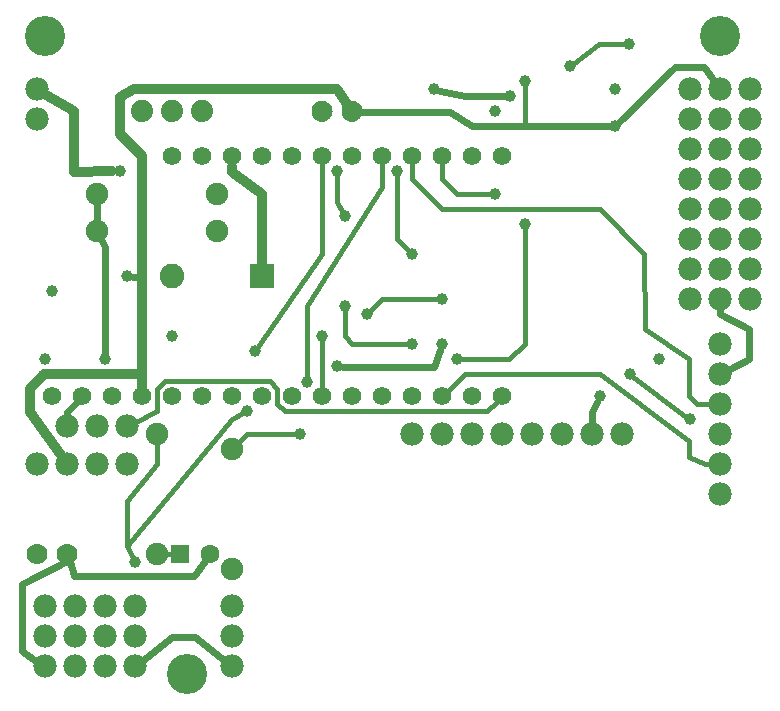
<source format=gbl>
G04 MADE WITH FRITZING*
G04 WWW.FRITZING.ORG*
G04 DOUBLE SIDED*
G04 HOLES PLATED*
G04 CONTOUR ON CENTER OF CONTOUR VECTOR*
%ASAXBY*%
%FSLAX23Y23*%
%MOIN*%
%OFA0B0*%
%SFA1.0B1.0*%
%ADD10C,0.039370*%
%ADD11C,0.078000*%
%ADD12C,0.062000*%
%ADD13C,0.075000*%
%ADD14C,0.133858*%
%ADD15C,0.070000*%
%ADD16C,0.062992*%
%ADD17C,0.074000*%
%ADD18C,0.082000*%
%ADD19R,0.062992X0.062992*%
%ADD20R,0.082000X0.082000*%
%ADD21C,0.024000*%
%ADD22C,0.016000*%
%ADD23C,0.032000*%
%ADD24R,0.001000X0.001000*%
%LNCOPPER0*%
G90*
G70*
G54D10*
X531Y1225D03*
X1106Y1325D03*
X1331Y1200D03*
X1031Y1225D03*
X2006Y1925D03*
X1405Y2049D03*
X1656Y2025D03*
X1706Y2075D03*
X780Y975D03*
G54D11*
X381Y925D03*
X281Y925D03*
X181Y925D03*
X81Y1950D03*
X81Y2050D03*
G54D10*
X306Y1149D03*
X1331Y1500D03*
X1281Y1775D03*
X806Y1175D03*
X106Y1150D03*
X381Y1425D03*
G54D12*
X1631Y1025D03*
X1531Y1025D03*
X1431Y1025D03*
X1331Y1025D03*
X1231Y1025D03*
X1131Y1025D03*
X1031Y1025D03*
X931Y1025D03*
X831Y1025D03*
X731Y1025D03*
X631Y1025D03*
X531Y1025D03*
X431Y1025D03*
X331Y1025D03*
X231Y1025D03*
X131Y1025D03*
X531Y1825D03*
X631Y1825D03*
X731Y1825D03*
X831Y1825D03*
X931Y1825D03*
X1031Y1825D03*
X1131Y1825D03*
X1231Y1825D03*
X1331Y1825D03*
X1431Y1825D03*
X1531Y1825D03*
X1631Y1825D03*
G54D10*
X1481Y1150D03*
X2055Y2199D03*
X2006Y2050D03*
X1180Y1299D03*
X982Y1073D03*
X956Y899D03*
X406Y474D03*
G54D11*
X2356Y1350D03*
X2356Y1450D03*
X2356Y1550D03*
X2356Y1650D03*
X2356Y1750D03*
X2356Y1850D03*
X2356Y1950D03*
X2356Y2050D03*
X2456Y1350D03*
X2456Y1450D03*
X2456Y1550D03*
X2456Y1650D03*
X2456Y1750D03*
X2456Y1850D03*
X2456Y1950D03*
X2456Y2050D03*
G54D10*
X1856Y2125D03*
X1606Y1975D03*
X1431Y1350D03*
X1431Y1199D03*
X1081Y1125D03*
G54D11*
X2256Y1350D03*
X2256Y1450D03*
X2256Y1550D03*
X2256Y1650D03*
X2256Y1750D03*
X2256Y1850D03*
X2256Y1950D03*
X2256Y2050D03*
G54D13*
X481Y900D03*
X481Y500D03*
G54D14*
X2356Y2225D03*
G54D11*
X2031Y900D03*
X1931Y900D03*
X1831Y900D03*
X1731Y900D03*
X1631Y900D03*
X1531Y900D03*
X1431Y900D03*
X1331Y900D03*
G54D10*
X1081Y1775D03*
G54D15*
X181Y500D03*
X81Y500D03*
G54D16*
X557Y500D03*
X656Y500D03*
G54D14*
X106Y2225D03*
G54D10*
X2056Y1100D03*
X1106Y1625D03*
G54D11*
X106Y225D03*
X206Y225D03*
X306Y225D03*
X406Y225D03*
G54D13*
X731Y450D03*
X731Y850D03*
G54D17*
X431Y1975D03*
X531Y1975D03*
X631Y1975D03*
G54D10*
X2256Y950D03*
G54D11*
X106Y125D03*
X206Y125D03*
X306Y125D03*
X406Y125D03*
G54D13*
X281Y1575D03*
X681Y1575D03*
G54D11*
X731Y125D03*
X731Y225D03*
X731Y325D03*
G54D10*
X2155Y1149D03*
G54D11*
X106Y325D03*
X206Y325D03*
X306Y325D03*
X406Y325D03*
G54D14*
X581Y100D03*
G54D10*
X1956Y1025D03*
G54D13*
X281Y1700D03*
X681Y1700D03*
G54D11*
X81Y800D03*
X181Y800D03*
X281Y800D03*
X381Y800D03*
G54D10*
X1706Y1600D03*
G54D11*
X2356Y700D03*
X2356Y800D03*
X2356Y900D03*
X2356Y1000D03*
X2356Y1100D03*
X2356Y1200D03*
G54D10*
X1606Y1699D03*
G54D15*
X1031Y1975D03*
X1131Y1975D03*
G54D18*
X829Y1425D03*
X531Y1425D03*
G54D10*
X131Y1375D03*
X356Y1775D03*
G54D19*
X557Y500D03*
G54D20*
X830Y1425D03*
G54D21*
X400Y1424D02*
X430Y1424D01*
G54D22*
D02*
X1132Y1200D02*
X1317Y1200D01*
D02*
X1106Y1225D02*
X1132Y1200D01*
D02*
X1106Y1311D02*
X1106Y1225D01*
D02*
X1031Y1048D02*
X1031Y1211D01*
G54D21*
D02*
X1506Y2025D02*
X1637Y2025D01*
D02*
X1423Y2044D02*
X1506Y2025D01*
G54D22*
D02*
X1706Y1925D02*
X1993Y1925D01*
D02*
X1706Y2061D02*
X1706Y1925D01*
G54D21*
D02*
X181Y974D02*
X181Y955D01*
D02*
X210Y1004D02*
X181Y974D01*
G54D22*
D02*
X1581Y975D02*
X1614Y1008D01*
D02*
X906Y975D02*
X1581Y975D01*
D02*
X481Y1050D02*
X506Y1075D01*
D02*
X881Y1050D02*
X881Y999D01*
D02*
X506Y1075D02*
X856Y1075D01*
D02*
X480Y975D02*
X481Y1050D01*
D02*
X856Y1075D02*
X881Y1050D01*
D02*
X881Y999D02*
X906Y975D01*
D02*
X403Y936D02*
X480Y975D01*
G54D21*
D02*
X306Y1524D02*
X306Y1168D01*
D02*
X294Y1549D02*
X306Y1524D01*
G54D22*
D02*
X1281Y1550D02*
X1321Y1509D01*
D02*
X1281Y1761D02*
X1281Y1550D01*
D02*
X1031Y1499D02*
X1031Y1801D01*
D02*
X813Y1186D02*
X1031Y1499D01*
D02*
X381Y675D02*
X481Y799D01*
D02*
X400Y487D02*
X381Y525D01*
D02*
X539Y488D02*
X556Y499D01*
D02*
X556Y499D02*
X504Y499D01*
D02*
X1706Y1199D02*
X1655Y1150D01*
D02*
X1706Y1586D02*
X1706Y1199D01*
G54D21*
D02*
X1931Y974D02*
X1947Y1007D01*
D02*
X1931Y930D02*
X1931Y974D01*
G54D22*
D02*
X942Y899D02*
X781Y899D01*
D02*
X2245Y958D02*
X2067Y1091D01*
G54D21*
D02*
X281Y1671D02*
X281Y1603D01*
D02*
X605Y426D02*
X205Y426D01*
D02*
X641Y477D02*
X605Y426D01*
G54D22*
D02*
X381Y525D02*
X381Y675D01*
D02*
X481Y799D02*
X481Y876D01*
D02*
X1655Y1150D02*
X1495Y1150D01*
D02*
X781Y899D02*
X747Y866D01*
G54D21*
D02*
X205Y426D02*
X189Y475D01*
D02*
X1425Y1181D02*
X1405Y1124D01*
D02*
X1405Y1124D02*
X1100Y1124D01*
G54D22*
D02*
X1418Y1350D02*
X1232Y1350D01*
D02*
X1232Y1350D02*
X1190Y1309D01*
D02*
X1100Y1637D02*
X1081Y1674D01*
D02*
X1081Y1674D02*
X1081Y1761D01*
G54D21*
D02*
X1456Y1974D02*
X1157Y1974D01*
G54D22*
D02*
X1955Y2200D02*
X2042Y2199D01*
D02*
X1867Y2133D02*
X1955Y2200D01*
G54D21*
D02*
X1456Y1974D02*
X1530Y1925D01*
D02*
X2305Y2124D02*
X2339Y2074D01*
D02*
X2207Y2124D02*
X2305Y2124D01*
D02*
X2020Y1939D02*
X2207Y2124D01*
D02*
X1530Y1925D02*
X1987Y1925D01*
D02*
X531Y224D02*
X429Y143D01*
D02*
X606Y224D02*
X531Y224D01*
D02*
X707Y143D02*
X606Y224D01*
D02*
X31Y175D02*
X81Y141D01*
D02*
X31Y399D02*
X31Y175D01*
D02*
X181Y475D02*
X31Y399D01*
D02*
X182Y473D02*
X181Y475D01*
D02*
X2455Y1249D02*
X2356Y1300D01*
D02*
X2356Y1300D02*
X2356Y1319D01*
D02*
X2455Y1149D02*
X2455Y1249D01*
D02*
X2383Y1113D02*
X2455Y1149D01*
G54D22*
D02*
X1956Y1649D02*
X1430Y1649D01*
D02*
X1430Y1649D02*
X1331Y1749D01*
D02*
X2105Y1499D02*
X1956Y1649D01*
D02*
X2106Y1250D02*
X2105Y1499D01*
D02*
X2281Y1000D02*
X2255Y1025D01*
D02*
X2255Y1150D02*
X2106Y1250D01*
D02*
X2255Y1025D02*
X2255Y1150D01*
D02*
X2331Y1000D02*
X2281Y1000D01*
D02*
X1481Y1699D02*
X1592Y1699D01*
D02*
X1430Y1749D02*
X1481Y1699D01*
G54D23*
D02*
X56Y974D02*
X160Y829D01*
D02*
X56Y1049D02*
X56Y974D01*
G54D22*
D02*
X731Y950D02*
X768Y969D01*
D02*
X381Y525D02*
X731Y950D01*
D02*
X400Y487D02*
X381Y525D01*
G54D23*
D02*
X356Y2024D02*
X356Y1899D01*
D02*
X430Y1825D02*
X430Y1424D01*
D02*
X356Y1899D02*
X430Y1825D01*
D02*
X405Y2049D02*
X356Y2024D01*
D02*
X1081Y2049D02*
X405Y2049D01*
D02*
X1113Y2001D02*
X1081Y2049D01*
G54D22*
D02*
X2255Y824D02*
X2255Y875D01*
D02*
X2255Y875D02*
X1956Y1100D01*
D02*
X2306Y799D02*
X2255Y824D01*
D02*
X1956Y1100D02*
X1506Y1100D01*
D02*
X2331Y799D02*
X2306Y799D01*
D02*
X1231Y1724D02*
X981Y1325D01*
D02*
X981Y1325D02*
X982Y1087D01*
D02*
X1431Y1801D02*
X1430Y1749D01*
D02*
X1331Y1749D02*
X1331Y1801D01*
D02*
X1231Y1801D02*
X1231Y1724D01*
G54D23*
D02*
X430Y1424D02*
X431Y1059D01*
D02*
X105Y1099D02*
X56Y1049D01*
D02*
X431Y1100D02*
X105Y1099D01*
D02*
X431Y1059D02*
X431Y1100D01*
G54D22*
D02*
X1506Y1100D02*
X1447Y1041D01*
G54D23*
D02*
X831Y1699D02*
X829Y1462D01*
D02*
X731Y1774D02*
X831Y1699D01*
D02*
X731Y1790D02*
X731Y1774D01*
D02*
X205Y1975D02*
X205Y1774D01*
D02*
X205Y1774D02*
X331Y1775D01*
D02*
X111Y2031D02*
X205Y1975D01*
G54D24*
X1027Y2010D02*
X1034Y2010D01*
X1127Y2010D02*
X1134Y2010D01*
X1022Y2009D02*
X1038Y2009D01*
X1122Y2009D02*
X1138Y2009D01*
X1019Y2008D02*
X1042Y2008D01*
X1119Y2008D02*
X1142Y2008D01*
X1016Y2007D02*
X1044Y2007D01*
X1116Y2007D02*
X1144Y2007D01*
X1014Y2006D02*
X1046Y2006D01*
X1114Y2006D02*
X1146Y2006D01*
X1012Y2005D02*
X1048Y2005D01*
X1112Y2005D02*
X1148Y2005D01*
X1011Y2004D02*
X1049Y2004D01*
X1111Y2004D02*
X1149Y2004D01*
X1009Y2003D02*
X1051Y2003D01*
X1109Y2003D02*
X1151Y2003D01*
X1008Y2002D02*
X1052Y2002D01*
X1108Y2002D02*
X1152Y2002D01*
X1007Y2001D02*
X1053Y2001D01*
X1107Y2001D02*
X1153Y2001D01*
X1006Y2000D02*
X1054Y2000D01*
X1106Y2000D02*
X1154Y2000D01*
X1005Y1999D02*
X1055Y1999D01*
X1105Y1999D02*
X1155Y1999D01*
X1004Y1998D02*
X1056Y1998D01*
X1104Y1998D02*
X1156Y1998D01*
X1003Y1997D02*
X1057Y1997D01*
X1103Y1997D02*
X1157Y1997D01*
X1003Y1996D02*
X1058Y1996D01*
X1103Y1996D02*
X1158Y1996D01*
X1002Y1995D02*
X1058Y1995D01*
X1102Y1995D02*
X1158Y1995D01*
X1001Y1994D02*
X1059Y1994D01*
X1101Y1994D02*
X1159Y1994D01*
X1001Y1993D02*
X1060Y1993D01*
X1101Y1993D02*
X1160Y1993D01*
X1000Y1992D02*
X1060Y1992D01*
X1100Y1992D02*
X1160Y1992D01*
X1000Y1991D02*
X1061Y1991D01*
X1100Y1991D02*
X1161Y1991D01*
X999Y1990D02*
X1026Y1990D01*
X1034Y1990D02*
X1061Y1990D01*
X1099Y1990D02*
X1126Y1990D01*
X1134Y1990D02*
X1161Y1990D01*
X999Y1989D02*
X1023Y1989D01*
X1037Y1989D02*
X1062Y1989D01*
X1099Y1989D02*
X1123Y1989D01*
X1137Y1989D02*
X1162Y1989D01*
X998Y1988D02*
X1021Y1988D01*
X1039Y1988D02*
X1062Y1988D01*
X1098Y1988D02*
X1121Y1988D01*
X1139Y1988D02*
X1162Y1988D01*
X998Y1987D02*
X1020Y1987D01*
X1040Y1987D02*
X1062Y1987D01*
X1098Y1987D02*
X1120Y1987D01*
X1140Y1987D02*
X1162Y1987D01*
X997Y1986D02*
X1019Y1986D01*
X1041Y1986D02*
X1063Y1986D01*
X1097Y1986D02*
X1119Y1986D01*
X1141Y1986D02*
X1163Y1986D01*
X997Y1985D02*
X1018Y1985D01*
X1042Y1985D02*
X1063Y1985D01*
X1097Y1985D02*
X1118Y1985D01*
X1142Y1985D02*
X1163Y1985D01*
X997Y1984D02*
X1017Y1984D01*
X1043Y1984D02*
X1063Y1984D01*
X1097Y1984D02*
X1117Y1984D01*
X1143Y1984D02*
X1163Y1984D01*
X997Y1983D02*
X1017Y1983D01*
X1044Y1983D02*
X1064Y1983D01*
X1097Y1983D02*
X1117Y1983D01*
X1144Y1983D02*
X1164Y1983D01*
X996Y1982D02*
X1016Y1982D01*
X1044Y1982D02*
X1064Y1982D01*
X1096Y1982D02*
X1116Y1982D01*
X1144Y1982D02*
X1164Y1982D01*
X996Y1981D02*
X1016Y1981D01*
X1045Y1981D02*
X1064Y1981D01*
X1096Y1981D02*
X1116Y1981D01*
X1145Y1981D02*
X1164Y1981D01*
X996Y1980D02*
X1015Y1980D01*
X1045Y1980D02*
X1064Y1980D01*
X1096Y1980D02*
X1115Y1980D01*
X1145Y1980D02*
X1164Y1980D01*
X996Y1979D02*
X1015Y1979D01*
X1045Y1979D02*
X1064Y1979D01*
X1096Y1979D02*
X1115Y1979D01*
X1145Y1979D02*
X1164Y1979D01*
X996Y1978D02*
X1015Y1978D01*
X1045Y1978D02*
X1064Y1978D01*
X1096Y1978D02*
X1115Y1978D01*
X1145Y1978D02*
X1164Y1978D01*
X996Y1977D02*
X1015Y1977D01*
X1045Y1977D02*
X1065Y1977D01*
X1096Y1977D02*
X1115Y1977D01*
X1145Y1977D02*
X1164Y1977D01*
X996Y1976D02*
X1015Y1976D01*
X1046Y1976D02*
X1065Y1976D01*
X1096Y1976D02*
X1115Y1976D01*
X1146Y1976D02*
X1165Y1976D01*
X996Y1975D02*
X1015Y1975D01*
X1046Y1975D02*
X1065Y1975D01*
X1096Y1975D02*
X1115Y1975D01*
X1146Y1975D02*
X1165Y1975D01*
X996Y1974D02*
X1015Y1974D01*
X1046Y1974D02*
X1065Y1974D01*
X1096Y1974D02*
X1115Y1974D01*
X1146Y1974D02*
X1165Y1974D01*
X996Y1973D02*
X1015Y1973D01*
X1045Y1973D02*
X1064Y1973D01*
X1096Y1973D02*
X1115Y1973D01*
X1145Y1973D02*
X1164Y1973D01*
X996Y1972D02*
X1015Y1972D01*
X1045Y1972D02*
X1064Y1972D01*
X1096Y1972D02*
X1115Y1972D01*
X1145Y1972D02*
X1164Y1972D01*
X996Y1971D02*
X1015Y1971D01*
X1045Y1971D02*
X1064Y1971D01*
X1096Y1971D02*
X1115Y1971D01*
X1145Y1971D02*
X1164Y1971D01*
X996Y1970D02*
X1015Y1970D01*
X1045Y1970D02*
X1064Y1970D01*
X1096Y1970D02*
X1115Y1970D01*
X1145Y1970D02*
X1164Y1970D01*
X996Y1969D02*
X1016Y1969D01*
X1044Y1969D02*
X1064Y1969D01*
X1096Y1969D02*
X1116Y1969D01*
X1144Y1969D02*
X1164Y1969D01*
X997Y1968D02*
X1016Y1968D01*
X1044Y1968D02*
X1064Y1968D01*
X1097Y1968D02*
X1116Y1968D01*
X1144Y1968D02*
X1164Y1968D01*
X997Y1967D02*
X1017Y1967D01*
X1043Y1967D02*
X1063Y1967D01*
X1097Y1967D02*
X1117Y1967D01*
X1143Y1967D02*
X1163Y1967D01*
X997Y1966D02*
X1018Y1966D01*
X1042Y1966D02*
X1063Y1966D01*
X1097Y1966D02*
X1118Y1966D01*
X1142Y1966D02*
X1163Y1966D01*
X997Y1965D02*
X1019Y1965D01*
X1041Y1965D02*
X1063Y1965D01*
X1097Y1965D02*
X1119Y1965D01*
X1141Y1965D02*
X1163Y1965D01*
X998Y1964D02*
X1020Y1964D01*
X1040Y1964D02*
X1063Y1964D01*
X1098Y1964D02*
X1120Y1964D01*
X1140Y1964D02*
X1162Y1964D01*
X998Y1963D02*
X1021Y1963D01*
X1039Y1963D02*
X1062Y1963D01*
X1098Y1963D02*
X1121Y1963D01*
X1139Y1963D02*
X1162Y1963D01*
X998Y1962D02*
X1023Y1962D01*
X1038Y1962D02*
X1062Y1962D01*
X1098Y1962D02*
X1123Y1962D01*
X1138Y1962D02*
X1162Y1962D01*
X999Y1961D02*
X1025Y1961D01*
X1035Y1961D02*
X1061Y1961D01*
X1099Y1961D02*
X1125Y1961D01*
X1135Y1961D02*
X1161Y1961D01*
X999Y1960D02*
X1061Y1960D01*
X1099Y1960D02*
X1161Y1960D01*
X1000Y1959D02*
X1060Y1959D01*
X1100Y1959D02*
X1160Y1959D01*
X1000Y1958D02*
X1060Y1958D01*
X1100Y1958D02*
X1160Y1958D01*
X1001Y1957D02*
X1059Y1957D01*
X1101Y1957D02*
X1159Y1957D01*
X1002Y1956D02*
X1059Y1956D01*
X1102Y1956D02*
X1159Y1956D01*
X1002Y1955D02*
X1058Y1955D01*
X1102Y1955D02*
X1158Y1955D01*
X1003Y1954D02*
X1057Y1954D01*
X1103Y1954D02*
X1157Y1954D01*
X1004Y1953D02*
X1057Y1953D01*
X1104Y1953D02*
X1156Y1953D01*
X1005Y1952D02*
X1056Y1952D01*
X1105Y1952D02*
X1156Y1952D01*
X1005Y1951D02*
X1055Y1951D01*
X1105Y1951D02*
X1155Y1951D01*
X1007Y1950D02*
X1054Y1950D01*
X1107Y1950D02*
X1154Y1950D01*
X1008Y1949D02*
X1053Y1949D01*
X1108Y1949D02*
X1153Y1949D01*
X1009Y1948D02*
X1051Y1948D01*
X1109Y1948D02*
X1151Y1948D01*
X1010Y1947D02*
X1050Y1947D01*
X1110Y1947D02*
X1150Y1947D01*
X1012Y1946D02*
X1048Y1946D01*
X1112Y1946D02*
X1148Y1946D01*
X1014Y1945D02*
X1047Y1945D01*
X1114Y1945D02*
X1147Y1945D01*
X1016Y1944D02*
X1045Y1944D01*
X1116Y1944D02*
X1145Y1944D01*
X1018Y1943D02*
X1042Y1943D01*
X1118Y1943D02*
X1142Y1943D01*
X1021Y1942D02*
X1040Y1942D01*
X1121Y1942D02*
X1140Y1942D01*
X1024Y1941D02*
X1036Y1941D01*
X1124Y1941D02*
X1136Y1941D01*
D02*
G04 End of Copper0*
M02*
</source>
